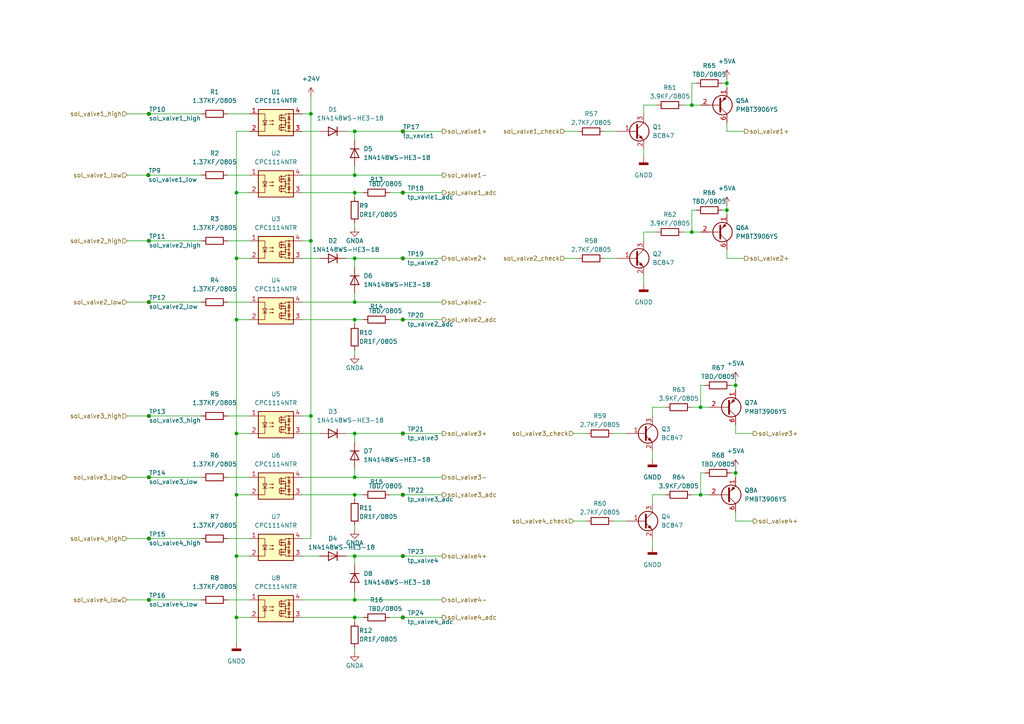
<source format=kicad_sch>
(kicad_sch (version 20211123) (generator eeschema)
  (paper "A4")
  (title_block (title "Valve_Drive_Circuit") (date "2022-06-21") (rev "rev00"))
  (lib_symbols
    (symbol "Connector:TestPoint_Small" (pin_numbers hide) (pin_names (offset 0.762) hide)
      (property "Reference" "TP" (at 0 3.81 0))
      (property "Value" "TestPoint_Small" (at 0 2.032 0))
      (symbol "TestPoint_Small_0_1"
        (circle (center 0 0) (radius 0.508))
      )
      (symbol "TestPoint_Small_1_1"
        (pin passive line (at 0 0 90) (length 0) (name "1") (number "1"))
      )
    )
    (symbol "Device:R" (pin_numbers hide) (pin_names (offset 0))
      (property "Reference" "R" (at 2.032 0 90))
      (property "Value" "R" (at 0 0 90))
      (symbol "R_0_1"
        (rectangle (start -1.016 -2.54) (end 1.016 2.54) (stroke (width 0.254)))
      )
      (symbol "R_1_1"
        (pin passive line (at 0 3.81 270) (length 1.27) (name "~") (number "1"))
        (pin passive line (at 0 -3.81 90) (length 1.27) (name "~") (number "2"))
      )
    )
    (symbol "Diode:1N4148" (pin_numbers hide) (pin_names (offset 1.016) hide)
      (property "Reference" "D" (at 0 2.54 0))
      (property "Value" "1N4148" (at 0 -2.54 0))
      (symbol "1N4148_0_1"
        (polyline (pts (xy -1.27 1.27) (xy -1.27 -1.27)) (stroke (width 0.254)))
        (polyline (pts (xy 1.27 0) (xy -1.27 0)))
        (polyline (pts (xy 1.27 1.27) (xy 1.27 -1.27) (xy -1.27 0) (xy 1.27 1.27)) (stroke (width 0.254)))
      )
      (symbol "1N4148_1_1"
        (pin passive line (at -3.81 0 0) (length 2.54) (name "K") (number "1"))
        (pin passive line (at 3.81 0 180) (length 2.54) (name "A") (number "2"))
      )
    )
    (symbol "Relay_SolidState:CPC1117N"
      (property "Reference" "U" (at -5.08 5.08 0))
      (property "Value" "CPC1117N" (at 0 5.08 0))
      (symbol "CPC1117N_0_1"
        (rectangle (start -5.08 3.81) (end 5.08 -3.81) (stroke (width 0.254)) (fill (type background)))
        (polyline (pts (xy -3.81 -0.635) (xy -2.54 -0.635)))
        (polyline (pts (xy 1.016 -0.635) (xy 1.016 -2.159)) (stroke (width 0.2032)))
        (polyline (pts (xy 1.016 2.159) (xy 1.016 0.635)) (stroke (width 0.2032)))
        (polyline (pts (xy 1.524 -0.508) (xy 1.524 -0.762)) (stroke (width 0.3556)))
        (polyline (pts (xy 2.794 0) (xy 3.81 0)))
        (polyline (pts (xy 3.429 -1.651) (xy 4.191 -1.651)))
        (polyline (pts (xy 3.429 1.651) (xy 4.191 1.651)))
        (polyline (pts (xy 3.81 -2.54) (xy 3.81 2.54)))
        (polyline (pts (xy 1.524 -2.032) (xy 1.524 -2.286) (xy 1.524 -2.286)) (stroke (width 0.3556)))
        (polyline (pts (xy 1.524 -1.27) (xy 1.524 -1.524) (xy 1.524 -1.524)) (stroke (width 0.3556)))
        (polyline (pts (xy 1.524 0.762) (xy 1.524 0.508) (xy 1.524 0.508)) (stroke (width 0.3556)))
        (polyline (pts (xy 1.524 1.524) (xy 1.524 1.27) (xy 1.524 1.27)) (stroke (width 0.3556)))
        (polyline (pts (xy 1.524 2.286) (xy 1.524 2.032) (xy 1.524 2.032)) (stroke (width 0.3556)))
        (polyline (pts (xy 1.651 -1.397) (xy 2.794 -1.397) (xy 2.794 -0.635)))
        (polyline (pts (xy 1.651 1.397) (xy 2.794 1.397) (xy 2.794 0.635)))
        (polyline (pts (xy -5.08 2.54) (xy -3.175 2.54) (xy -3.175 -2.54) (xy -5.08 -2.54)))
        (polyline (pts (xy -3.175 -0.635) (xy -3.81 0.635) (xy -2.54 0.635) (xy -3.175 -0.635)))
        (polyline (pts (xy 1.651 -2.159) (xy 2.794 -2.159) (xy 2.794 -2.54) (xy 5.08 -2.54)))
        (polyline (pts (xy 1.651 -0.635) (xy 2.794 -0.635) (xy 2.794 0.635) (xy 1.651 0.635)))
        (polyline (pts (xy 1.651 2.159) (xy 2.794 2.159) (xy 2.794 2.54) (xy 5.08 2.54)))
        (polyline (pts (xy 1.778 -1.397) (xy 2.286 -1.27) (xy 2.286 -1.524) (xy 1.778 -1.397)))
        (polyline (pts (xy 1.778 1.397) (xy 2.286 1.524) (xy 2.286 1.27) (xy 1.778 1.397)))
        (polyline (pts (xy 3.81 -1.651) (xy 3.429 -0.889) (xy 4.191 -0.889) (xy 3.81 -1.651)))
        (polyline (pts (xy 3.81 1.651) (xy 3.429 0.889) (xy 4.191 0.889) (xy 3.81 1.651)))
        (polyline (pts (xy -1.905 -0.508) (xy -0.635 -0.508) (xy -1.016 -0.635) (xy -1.016 -0.381) (xy -0.635 -0.508)))
        (polyline (pts (xy -1.905 0.508) (xy -0.635 0.508) (xy -1.016 0.381) (xy -1.016 0.635) (xy -0.635 0.508)))
        (circle (center 2.794 -0.635) (radius 0.127))
        (circle (center 2.794 0) (radius 0.127))
        (circle (center 2.794 0.635) (radius 0.127))
        (circle (center 3.81 -2.54) (radius 0.127))
        (circle (center 3.81 0) (radius 0.127))
        (circle (center 3.81 2.54) (radius 0.127))
      )
      (symbol "CPC1117N_1_1"
        (pin passive line (at -7.62 2.54 0) (length 2.54) (name "~") (number "1"))
        (pin passive line (at -7.62 -2.54 0) (length 2.54) (name "~") (number "2"))
        (pin passive line (at 7.62 -2.54 180) (length 2.54) (name "~") (number "3"))
        (pin passive line (at 7.62 2.54 180) (length 2.54) (name "~") (number "4"))
      )
    )
    (symbol "Transistor_BJT:BC847" (pin_names (offset 0) hide)
      (property "Reference" "Q" (at 5.08 1.905 0))
      (property "Value" "BC847" (at 5.08 0 0))
      (symbol "BC847_0_1"
        (polyline (pts (xy 0.635 0.635) (xy 2.54 2.54)))
        (polyline (pts (xy 0.635 -0.635) (xy 2.54 -2.54) (xy 2.54 -2.54)))
        (polyline (pts (xy 0.635 1.905) (xy 0.635 -1.905) (xy 0.635 -1.905)) (stroke (width 0.508)))
        (polyline (pts (xy 1.27 -1.778) (xy 1.778 -1.27) (xy 2.286 -2.286) (xy 1.27 -1.778) (xy 1.27 -1.778)) (fill (type outline)))
        (circle (center 1.27 0) (radius 2.8194) (stroke (width 0.254)))
      )
      (symbol "BC847_1_1"
        (pin input line (at -5.08 0 0) (length 5.715) (name "B") (number "1"))
        (pin passive line (at 2.54 -5.08 90) (length 2.54) (name "E") (number "2"))
        (pin passive line (at 2.54 5.08 270) (length 2.54) (name "C") (number "3"))
      )
    )
    (symbol "Transistor_BJT:PMBT3906YS" (pin_names (offset 0) hide)
      (property "Reference" "Q" (at 5.08 1.27 0))
      (property "Value" "PMBT3906YS" (at 5.08 -1.27 0))
      (symbol "PMBT3906YS_0_1"
        (polyline (pts (xy 0.635 0) (xy -2.54 0)))
        (polyline (pts (xy 0.635 0.635) (xy 2.54 2.54)))
        (polyline (pts (xy 0.635 -0.635) (xy 2.54 -2.54) (xy 2.54 -2.54)))
        (polyline (pts (xy 0.635 1.905) (xy 0.635 -1.905) (xy 0.635 -1.905)) (stroke (width 0.508)))
        (polyline (pts (xy 2.286 -1.778) (xy 1.778 -2.286) (xy 1.27 -1.27) (xy 2.286 -1.778) (xy 2.286 -1.778)) (fill (type outline)))
        (circle (center 1.27 0) (radius 2.8194) (stroke (width 0.254)))
      )
      (symbol "PMBT3906YS_1_1"
        (pin passive line (at 2.54 -5.08 90) (length 2.54) (name "E1") (number "1"))
        (pin input line (at -5.08 0 0) (length 2.54) (name "B1") (number "2"))
        (pin passive line (at 2.54 5.08 270) (length 2.54) (name "C1") (number "6"))
      )
      (symbol "PMBT3906YS_2_1"
        (pin passive line (at 2.54 5.08 270) (length 2.54) (name "C2") (number "3"))
        (pin passive line (at 2.54 -5.08 90) (length 2.54) (name "E2") (number "4"))
        (pin input line (at -5.08 0 0) (length 2.54) (name "B2") (number "5"))
      )
    )
    (symbol "power:+24V" (power) (pin_names (offset 0))
      (property "Value" "+24V" (at 0 3.556 0))
      (symbol "+24V_0_1"
        (polyline (pts (xy -0.762 1.27) (xy 0 2.54)))
        (polyline (pts (xy 0 0) (xy 0 2.54)))
        (polyline (pts (xy 0 2.54) (xy 0.762 1.27)))
      )
      (symbol "+24V_1_1"
        (pin power_in line (at 0 0 90) (length 0) hide (name "+24V") (number "1"))
      )
    )
    (symbol "power:+5VA" (power) (pin_names (offset 0))
      (property "Value" "+5VA" (at 0 3.556 0))
      (symbol "+5VA_0_1"
        (polyline (pts (xy -0.762 1.27) (xy 0 2.54)))
        (polyline (pts (xy 0 0) (xy 0 2.54)))
        (polyline (pts (xy 0 2.54) (xy 0.762 1.27)))
      )
      (symbol "+5VA_1_1"
        (pin power_in line (at 0 0 90) (length 0) hide (name "+5VA") (number "1"))
      )
    )
    (symbol "power:GNDA" (power) (pin_names (offset 0))
      (property "Value" "GNDA" (at 0 -3.81 0))
      (symbol "GNDA_0_1"
        (polyline (pts (xy 0 0) (xy 0 -1.27) (xy 1.27 -1.27) (xy 0 -2.54) (xy -1.27 -1.27) (xy 0 -1.27)))
      )
      (symbol "GNDA_1_1"
        (pin power_in line (at 0 0 270) (length 0) hide (name "GNDA") (number "1"))
      )
    )
    (symbol "power:GNDD" (power) (pin_names (offset 0))
      (property "Value" "GNDD" (at 0 -3.175 0))
      (symbol "GNDD_0_1"
        (rectangle (start -1.27 -1.524) (end 1.27 -2.032) (stroke (width 0.254)) (fill (type outline)))
        (polyline (pts (xy 0 0) (xy 0 -1.524)))
      )
      (symbol "GNDD_1_1"
        (pin power_in line (at 0 0 270) (length 0) hide (name "GNDD") (number "1"))
      )
    )
  )
  (junction (at 102.87 125.73))
  (junction (at 43.18 156.21))
  (junction (at 102.87 92.71))
  (junction (at 116.84 143.51))
  (junction (at 68.58 55.88))
  (junction (at 116.84 125.73))
  (junction (at 102.87 50.8))
  (junction (at 43.18 138.43))
  (junction (at 210.82 60.96))
  (junction (at 200.66 67.31))
  (junction (at 116.84 161.29))
  (junction (at 203.2 143.51))
  (junction (at 43.18 120.65))
  (junction (at 68.58 143.51))
  (junction (at 43.18 87.63))
  (junction (at 43.18 33.02))
  (junction (at 43.18 173.99))
  (junction (at 68.58 92.71))
  (junction (at 210.82 24.13))
  (junction (at 116.84 92.71))
  (junction (at 90.17 69.85))
  (junction (at 102.87 138.43))
  (junction (at 213.36 111.76))
  (junction (at 68.58 74.93))
  (junction (at 102.87 173.99))
  (junction (at 90.17 120.65))
  (junction (at 43.18 69.85))
  (junction (at 68.58 125.73))
  (junction (at 203.2 118.11))
  (junction (at 116.84 55.88))
  (junction (at 102.87 143.51))
  (junction (at 90.17 33.02))
  (junction (at 102.87 55.88))
  (junction (at 213.36 137.16))
  (junction (at 102.87 161.29))
  (junction (at 102.87 38.1))
  (junction (at 43.0183 50.8))
  (junction (at 102.87 179.07))
  (junction (at 102.87 74.93))
  (junction (at 116.84 38.1))
  (junction (at 116.84 179.07))
  (junction (at 200.66 30.48))
  (junction (at 68.58 179.07))
  (junction (at 116.84 74.93))
  (junction (at 102.87 87.63))
  (junction (at 68.58 161.29))
  (wire (pts (xy 87.63 138.43) (xy 102.87 138.43)))
  (wire (pts (xy 186.69 30.48) (xy 190.5 30.48)))
  (wire (pts (xy 102.87 143.51) (xy 105.41 143.51)))
  (wire (pts (xy 72.39 55.88) (xy 68.58 55.88)))
  (wire (pts (xy 198.12 67.31) (xy 200.66 67.31)))
  (wire (pts (xy 189.23 143.51) (xy 189.23 146.05)))
  (wire (pts (xy 87.63 55.88) (xy 102.87 55.88)))
  (wire (pts (xy 189.23 143.51) (xy 193.04 143.51)))
  (wire (pts (xy 66.04 120.65) (xy 72.39 120.65)))
  (wire (pts (xy 204.47 111.76) (xy 203.2 111.76)))
  (wire (pts (xy 72.39 179.07) (xy 68.58 179.07)))
  (wire (pts (xy 66.04 50.8) (xy 72.39 50.8)))
  (wire (pts (xy 209.55 24.13) (xy 210.82 24.13)))
  (wire (pts (xy 203.2 118.11) (xy 205.74 118.11)))
  (wire (pts (xy 102.87 152.4) (xy 102.87 153.67)))
  (wire (pts (xy 200.66 30.48) (xy 203.2 30.48)))
  (wire (pts (xy 116.84 125.73) (xy 128.27 125.73)))
  (wire (pts (xy 102.87 187.96) (xy 102.87 189.23)))
  (wire (pts (xy 68.58 143.51) (xy 68.58 161.29)))
  (wire (pts (xy 166.37 151.13) (xy 170.18 151.13)))
  (wire (pts (xy 163.83 74.93) (xy 167.64 74.93)))
  (wire (pts (xy 116.84 92.71) (xy 128.27 92.71)))
  (wire (pts (xy 100.33 125.73) (xy 102.87 125.73)))
  (wire (pts (xy 87.63 125.73) (xy 92.71 125.73)))
  (wire (pts (xy 116.84 55.88) (xy 128.27 55.88)))
  (wire (pts (xy 102.87 144.78) (xy 102.87 143.51)))
  (wire (pts (xy 213.36 111.76) (xy 213.36 113.03)))
  (wire (pts (xy 68.58 92.71) (xy 68.58 125.73)))
  (wire (pts (xy 102.87 85.09) (xy 102.87 87.63)))
  (wire (pts (xy 175.26 38.1) (xy 179.07 38.1)))
  (wire (pts (xy 102.87 101.6) (xy 102.87 102.87)))
  (wire (pts (xy 68.58 161.29) (xy 68.58 179.07)))
  (wire (pts (xy 177.8 125.73) (xy 181.61 125.73)))
  (wire (pts (xy 100.33 74.93) (xy 102.87 74.93)))
  (wire (pts (xy 189.23 130.81) (xy 189.23 133.35)))
  (wire (pts (xy 210.82 72.39) (xy 210.82 74.93)))
  (wire (pts (xy 43.18 87.63) (xy 58.42 87.63)))
  (wire (pts (xy 200.66 67.31) (xy 203.2 67.31)))
  (wire (pts (xy 189.23 118.11) (xy 189.23 120.65)))
  (wire (pts (xy 213.36 123.19) (xy 213.36 125.73)))
  (wire (pts (xy 212.09 137.16) (xy 213.36 137.16)))
  (wire (pts (xy 116.84 161.29) (xy 128.27 161.29)))
  (wire (pts (xy 87.63 161.29) (xy 92.71 161.29)))
  (wire (pts (xy 213.36 135.89) (xy 213.36 137.16)))
  (wire (pts (xy 116.84 38.1) (xy 128.27 38.1)))
  (wire (pts (xy 68.58 143.51) (xy 72.39 143.51)))
  (wire (pts (xy 90.17 120.65) (xy 90.17 156.21)))
  (wire (pts (xy 102.87 173.99) (xy 128.27 173.99)))
  (wire (pts (xy 68.58 179.07) (xy 68.58 186.69)))
  (wire (pts (xy 166.37 125.73) (xy 170.18 125.73)))
  (wire (pts (xy 90.17 33.02) (xy 87.63 33.02)))
  (wire (pts (xy 113.03 92.71) (xy 116.84 92.71)))
  (wire (pts (xy 66.04 33.02) (xy 72.39 33.02)))
  (wire (pts (xy 36.83 173.99) (xy 43.18 173.99)))
  (wire (pts (xy 100.33 38.1) (xy 102.87 38.1)))
  (wire (pts (xy 189.23 118.11) (xy 193.04 118.11)))
  (wire (pts (xy 72.39 161.29) (xy 68.58 161.29)))
  (wire (pts (xy 87.63 74.93) (xy 92.71 74.93)))
  (wire (pts (xy 72.39 92.71) (xy 68.58 92.71)))
  (wire (pts (xy 102.87 74.93) (xy 102.87 77.47)))
  (wire (pts (xy 102.87 161.29) (xy 116.84 161.29)))
  (wire (pts (xy 102.87 138.43) (xy 128.27 138.43)))
  (wire (pts (xy 203.2 111.76) (xy 203.2 118.11)))
  (wire (pts (xy 213.36 110.49) (xy 213.36 111.76)))
  (wire (pts (xy 213.36 137.16) (xy 213.36 138.43)))
  (wire (pts (xy 102.87 50.8) (xy 128.27 50.8)))
  (wire (pts (xy 72.39 38.1) (xy 68.58 38.1)))
  (wire (pts (xy 198.12 30.48) (xy 200.66 30.48)))
  (wire (pts (xy 102.87 135.89) (xy 102.87 138.43)))
  (wire (pts (xy 102.87 92.71) (xy 105.41 92.71)))
  (wire (pts (xy 113.03 143.51) (xy 116.84 143.51)))
  (wire (pts (xy 116.84 74.93) (xy 128.27 74.93)))
  (wire (pts (xy 90.17 27.94) (xy 90.17 33.02)))
  (wire (pts (xy 100.33 161.29) (xy 102.87 161.29)))
  (wire (pts (xy 87.63 156.21) (xy 90.17 156.21)))
  (wire (pts (xy 186.69 67.31) (xy 186.69 69.85)))
  (wire (pts (xy 210.82 74.93) (xy 215.9 74.93)))
  (wire (pts (xy 102.87 171.45) (xy 102.87 173.99)))
  (wire (pts (xy 102.87 38.1) (xy 116.84 38.1)))
  (wire (pts (xy 66.04 156.21) (xy 72.39 156.21)))
  (wire (pts (xy 87.63 50.8) (xy 102.87 50.8)))
  (wire (pts (xy 213.36 148.59) (xy 213.36 151.13)))
  (wire (pts (xy 113.03 179.07) (xy 116.84 179.07)))
  (wire (pts (xy 87.63 92.71) (xy 102.87 92.71)))
  (wire (pts (xy 210.82 38.1) (xy 215.9 38.1)))
  (wire (pts (xy 210.82 59.69) (xy 210.82 60.96)))
  (wire (pts (xy 43.18 156.21) (xy 58.42 156.21)))
  (wire (pts (xy 72.39 125.73) (xy 68.58 125.73)))
  (wire (pts (xy 36.83 120.65) (xy 43.18 120.65)))
  (wire (pts (xy 87.63 179.07) (xy 102.87 179.07)))
  (wire (pts (xy 36.83 138.43) (xy 43.18 138.43)))
  (wire (pts (xy 189.23 156.21) (xy 189.23 158.75)))
  (wire (pts (xy 163.83 38.1) (xy 167.64 38.1)))
  (wire (pts (xy 201.93 60.96) (xy 200.66 60.96)))
  (wire (pts (xy 175.26 74.93) (xy 179.07 74.93)))
  (wire (pts (xy 43.18 120.65) (xy 58.42 120.65)))
  (wire (pts (xy 210.82 24.13) (xy 210.82 25.4)))
  (wire (pts (xy 87.63 143.51) (xy 102.87 143.51)))
  (wire (pts (xy 186.69 67.31) (xy 190.5 67.31)))
  (wire (pts (xy 186.69 43.18) (xy 186.69 45.72)))
  (wire (pts (xy 116.84 179.07) (xy 128.27 179.07)))
  (wire (pts (xy 102.87 179.07) (xy 105.41 179.07)))
  (wire (pts (xy 66.04 87.63) (xy 72.39 87.63)))
  (wire (pts (xy 102.87 55.88) (xy 105.41 55.88)))
  (wire (pts (xy 102.87 57.15) (xy 102.87 55.88)))
  (wire (pts (xy 66.04 69.85) (xy 72.39 69.85)))
  (wire (pts (xy 36.83 69.85) (xy 43.18 69.85)))
  (wire (pts (xy 66.04 173.99) (xy 72.39 173.99)))
  (wire (pts (xy 102.87 93.98) (xy 102.87 92.71)))
  (wire (pts (xy 102.87 66.04) (xy 102.87 64.77)))
  (wire (pts (xy 43.18 69.85) (xy 58.42 69.85)))
  (wire (pts (xy 43.18 33.02) (xy 58.42 33.02)))
  (wire (pts (xy 68.58 38.1) (xy 68.58 55.88)))
  (wire (pts (xy 72.39 74.93) (xy 68.58 74.93)))
  (wire (pts (xy 43.18 138.43) (xy 58.42 138.43)))
  (wire (pts (xy 200.66 118.11) (xy 203.2 118.11)))
  (wire (pts (xy 36.83 50.8) (xy 43.0183 50.8)))
  (wire (pts (xy 66.04 138.43) (xy 72.39 138.43)))
  (wire (pts (xy 43.18 173.99) (xy 58.42 173.99)))
  (wire (pts (xy 186.69 80.01) (xy 186.69 82.55)))
  (wire (pts (xy 102.87 180.34) (xy 102.87 179.07)))
  (wire (pts (xy 203.2 137.16) (xy 203.2 143.51)))
  (wire (pts (xy 210.82 22.86) (xy 210.82 24.13)))
  (wire (pts (xy 102.87 161.29) (xy 102.87 163.83)))
  (wire (pts (xy 68.58 55.88) (xy 68.58 74.93)))
  (wire (pts (xy 113.03 55.88) (xy 116.84 55.88)))
  (wire (pts (xy 102.87 38.1) (xy 102.87 40.64)))
  (wire (pts (xy 90.17 33.02) (xy 90.17 69.85)))
  (wire (pts (xy 68.58 74.93) (xy 68.58 92.71)))
  (wire (pts (xy 186.69 30.48) (xy 186.69 33.02)))
  (wire (pts (xy 210.82 60.96) (xy 210.82 62.23)))
  (wire (pts (xy 177.8 151.13) (xy 181.61 151.13)))
  (wire (pts (xy 213.36 151.13) (xy 218.44 151.13)))
  (wire (pts (xy 116.84 143.51) (xy 128.27 143.51)))
  (wire (pts (xy 212.09 111.76) (xy 213.36 111.76)))
  (wire (pts (xy 209.55 60.96) (xy 210.82 60.96)))
  (wire (pts (xy 102.87 125.73) (xy 116.84 125.73)))
  (wire (pts (xy 201.93 24.13) (xy 200.66 24.13)))
  (wire (pts (xy 200.66 143.51) (xy 203.2 143.51)))
  (wire (pts (xy 213.36 125.73) (xy 218.44 125.73)))
  (wire (pts (xy 90.17 69.85) (xy 90.17 120.65)))
  (wire (pts (xy 102.87 87.63) (xy 128.27 87.63)))
  (wire (pts (xy 87.63 69.85) (xy 90.17 69.85)))
  (wire (pts (xy 200.66 60.96) (xy 200.66 67.31)))
  (wire (pts (xy 87.63 173.99) (xy 102.87 173.99)))
  (wire (pts (xy 102.87 125.73) (xy 102.87 128.27)))
  (wire (pts (xy 210.82 35.56) (xy 210.82 38.1)))
  (wire (pts (xy 87.63 120.65) (xy 90.17 120.65)))
  (wire (pts (xy 68.58 125.73) (xy 68.58 143.51)))
  (wire (pts (xy 36.83 33.02) (xy 43.18 33.02)))
  (wire (pts (xy 102.87 48.26) (xy 102.87 50.8)))
  (wire (pts (xy 87.63 38.1) (xy 92.71 38.1)))
  (wire (pts (xy 36.83 156.21) (xy 43.18 156.21)))
  (wire (pts (xy 204.47 137.16) (xy 203.2 137.16)))
  (wire (pts (xy 43.0183 50.8) (xy 58.42 50.8)))
  (wire (pts (xy 102.87 74.93) (xy 116.84 74.93)))
  (wire (pts (xy 36.83 87.63) (xy 43.18 87.63)))
  (wire (pts (xy 87.63 87.63) (xy 102.87 87.63)))
  (wire (pts (xy 203.2 143.51) (xy 205.74 143.51)))
  (wire (pts (xy 200.66 24.13) (xy 200.66 30.48)))
  (text "* Log\n1. SOLENOID VALVE\n(1) Current : 64.39mA ~ 83.33mA(normal : 70.83mA)\n(2) Voltage : 20.4V ~ 26.4V(normal : 24VDC)\n(3) Resistance : 330ohm(measured value)\n\n2. CPC1114NTR\n(1) R(on) : 2ohm\n(2) Load Current : 400mA\n(3) Load Voltage : 60V\n(4) VF : 0.9V ~ 1.5V\n(5) IF : 0.58mA ~ 2mA\n\n3. D1~D4\n(1) VF : 1V ~ 1.2V(1.1V)" (at 300.99 38.1 0) (effects (font (size 1.27 1.27)) (justify left bottom)))
  (hierarchical_label "sol_valve4_high" (shape input) (at 36.83 156.21 180))
  (hierarchical_label "sol_valve2+" (shape output) (at 215.9 74.93 0))
  (hierarchical_label "sol_valve3+" (shape output) (at 218.44 125.73 0))
  (hierarchical_label "sol_valve1_low" (shape input) (at 36.83 50.8 180))
  (hierarchical_label "sol_valve4_adc" (shape output) (at 128.27 179.07 0))
  (hierarchical_label "sol_valve3+" (shape output) (at 128.27 125.73 0))
  (hierarchical_label "sol_valve2_check" (shape input) (at 163.83 74.93 180))
  (hierarchical_label "sol_valve1+" (shape output) (at 215.9 38.1 0))
  (hierarchical_label "sol_valve2+" (shape output) (at 128.27 74.93 0))
  (hierarchical_label "sol_valve4+" (shape output) (at 218.44 151.13 0))
  (hierarchical_label "sol_valve1_adc" (shape output) (at 128.27 55.88 0))
  (hierarchical_label "sol_valve3-" (shape output) (at 128.27 138.43 0))
  (hierarchical_label "sol_valve2_high" (shape input) (at 36.83 69.85 180))
  (hierarchical_label "sol_valve3_low" (shape input) (at 36.83 138.43 180))
  (hierarchical_label "sol_valve3_adc" (shape output) (at 128.27 143.51 0))
  (hierarchical_label "sol_valve3_check" (shape input) (at 166.37 125.73 180))
  (hierarchical_label "sol_valve1-" (shape output) (at 128.27 50.8 0))
  (hierarchical_label "sol_valve1_check" (shape input) (at 163.83 38.1 180))
  (hierarchical_label "sol_valve2_low" (shape input) (at 36.83 87.63 180))
  (hierarchical_label "sol_valve4_check" (shape input) (at 166.37 151.13 180))
  (hierarchical_label "sol_valve2_adc" (shape output) (at 128.27 92.71 0))
  (hierarchical_label "sol_valve3_high" (shape input) (at 36.83 120.65 180))
  (hierarchical_label "sol_valve1+" (shape output) (at 128.27 38.1 0))
  (hierarchical_label "sol_valve1_high" (shape input) (at 36.83 33.02 180))
  (hierarchical_label "sol_valve4-" (shape output) (at 128.27 173.99 0))
  (hierarchical_label "sol_valve4+" (shape output) (at 128.27 161.29 0))
  (hierarchical_label "sol_valve4_low" (shape input) (at 36.83 173.99 180))
  (hierarchical_label "sol_valve2-" (shape output) (at 128.27 87.63 0))
  (symbol (lib_id "Device:R") (at 196.85 118.11 90) (unit 1)
    (property "Reference" "R63" (at 196.85 113.03 90))
    (property "Value" "3.9KF/0805" (at 196.85 115.57 90))
  )
  (symbol (lib_id "Connector:TestPoint_Small") (at 116.84 143.51 0) (unit 1)
    (property "Reference" "TP22" (at 118.11 142.2399 0) (effects (justify left)))
    (property "Value" "tp_valve3_adc" (at 118.11 144.7799 0) (effects (justify left)))
    (property "Footprint" "TestPoint:TestPoint_Pad_D2.5mm" (effects hide))
  )
  (symbol (lib_id "Diode:1N4148") (at 102.87 167.64 270) (unit 1)
    (property "Reference" "D8" (at 105.41 166.3699 90) (effects (justify left)))
    (property "Value" "1N4148WS-HE3-18" (at 105.41 168.9099 90) (effects (justify left)))
    (property "Footprint" "Diode_THT:D_DO-35_SOD27_P7.62mm_Horizontal" (effects hide))
    (property "Datasheet" "https://assets.nexperia.com/documents/data-sheet/1N4148_1N4448.pdf" (effects hide))
  )
  (symbol (lib_id "Diode:1N4148") (at 102.87 81.28 270) (unit 1)
    (property "Reference" "D6" (at 105.41 80.0099 90) (effects (justify left)))
    (property "Value" "1N4148WS-HE3-18" (at 105.41 82.5499 90) (effects (justify left)))
    (property "Footprint" "Diode_THT:D_DO-35_SOD27_P7.62mm_Horizontal" (effects hide))
    (property "Datasheet" "https://assets.nexperia.com/documents/data-sheet/1N4148_1N4448.pdf" (effects hide))
  )
  (symbol (lib_id "Diode:1N4148") (at 102.87 44.45 270) (unit 1)
    (property "Reference" "D5" (at 105.41 43.1799 90) (effects (justify left)))
    (property "Value" "1N4148WS-HE3-18" (at 105.41 45.7199 90) (effects (justify left)))
    (property "Footprint" "Diode_THT:D_DO-35_SOD27_P7.62mm_Horizontal" (effects hide))
    (property "Datasheet" "https://assets.nexperia.com/documents/data-sheet/1N4148_1N4448.pdf" (effects hide))
  )
  (symbol (lib_id "Device:R") (at 62.23 173.99 90) (unit 1)
    (property "Reference" "R8" (at 62.23 167.64 90))
    (property "Value" "1.37KF/0805" (at 62.23 170.18 90))
    (property "Footprint" "Resistor_SMD:R_0805_2012Metric" (effects hide))
  )
  (symbol (lib_id "Diode:1N4148") (at 96.52 74.93 180) (unit 1)
    (property "Reference" "D2" (at 96.52 69.85 0))
    (property "Value" "1N4148WS-HE3-18" (at 100.33 72.39 0))
    (property "Footprint" "Diode_THT:D_DO-35_SOD27_P7.62mm_Horizontal" (effects hide))
    (property "Datasheet" "https://assets.nexperia.com/documents/data-sheet/1N4148_1N4448.pdf" (effects hide))
  )
  (symbol (lib_id "Connector:TestPoint_Small") (at 43.0183 50.8 0) (unit 1)
    (property "Reference" "TP9" (at 43.0183 49.53 0) (effects (justify left)))
    (property "Value" "sol_valve1_low" (at 43.0183 52.07 0) (effects (justify left)))
    (property "Reference" "TP?" (effects hide))
    (property "Value" "tp_vavle1" (effects hide))
    (property "Footprint" "TestPoint:TestPoint_Pad_D2.5mm" (effects hide))
  )
  (symbol (lib_id "Device:R") (at 109.22 143.51 270) (unit 1)
    (property "Reference" "R15" (at 109.22 139.7 90))
    (property "Value" "TBD/0805" (at 111.76 140.97 90))
    (property "Footprint" "Resistor_SMD:R_0805_2012Metric" (effects hide))
  )
  (symbol (lib_id "Diode:1N4148") (at 96.52 125.73 180) (unit 1)
    (property "Reference" "D3" (at 96.52 119.38 0))
    (property "Value" "1N4148WS-HE3-18" (at 101.6 121.92 0))
    (property "Footprint" "Diode_THT:D_DO-35_SOD27_P7.62mm_Horizontal" (effects hide))
    (property "Datasheet" "https://assets.nexperia.com/documents/data-sheet/1N4148_1N4448.pdf" (effects hide))
  )
  (symbol (lib_id "Diode:1N4148") (at 102.87 132.08 270) (unit 1)
    (property "Reference" "D7" (at 105.41 130.8099 90) (effects (justify left)))
    (property "Value" "1N4148WS-HE3-18" (at 105.41 133.3499 90) (effects (justify left)))
    (property "Footprint" "Diode_THT:D_DO-35_SOD27_P7.62mm_Horizontal" (effects hide))
    (property "Datasheet" "https://assets.nexperia.com/documents/data-sheet/1N4148_1N4448.pdf" (effects hide))
  )
  (symbol (lib_id "power:GNDD") (at 186.69 45.72 0) (unit 1)
    (property "Reference" "#PWR017" (effects hide))
    (property "Value" "GNDD" (at 186.69 50.8 0))
  )
  (symbol (lib_id "power:GNDD") (at 186.69 82.55 0) (unit 1)
    (property "Reference" "#PWR018" (effects hide))
    (property "Value" "GNDD" (at 186.69 87.63 0))
  )
  (symbol (lib_id "Transistor_BJT:BC847") (at 184.15 74.93 0) (unit 1)
    (property "Reference" "Q2" (at 189.23 73.6599 0) (effects (justify left)))
    (property "Value" "BC847" (at 189.23 76.1999 0) (effects (justify left)))
    (property "Footprint" "Package_TO_SOT_SMD:SOT-23" (effects hide))
    (property "Datasheet" "http://www.infineon.com/dgdl/Infineon-BC847SERIES_BC848SERIES_BC849SERIES_BC850SERIES-DS-v01_01-en.pdf?fileId=db3a304314dca389011541d4630a1657" (effects hide))
  )
  (symbol (lib_id "Transistor_BJT:BC847") (at 186.69 125.73 0) (unit 1)
    (property "Reference" "Q3" (at 191.77 124.4599 0) (effects (justify left)))
    (property "Value" "BC847" (at 191.77 126.9999 0) (effects (justify left)))
    (property "Footprint" "Package_TO_SOT_SMD:SOT-23" (effects hide))
    (property "Datasheet" "http://www.infineon.com/dgdl/Infineon-BC847SERIES_BC848SERIES_BC849SERIES_BC850SERIES-DS-v01_01-en.pdf?fileId=db3a304314dca389011541d4630a1657" (effects hide))
  )
  (symbol (lib_id "Relay_SolidState:CPC1117N") (at 80.01 90.17 0) (unit 1)
    (property "Reference" "U4" (at 80.01 81.28 0))
    (property "Value" "CPC1114NTR" (at 80.01 83.82 0))
    (property "Footprint" "Package_SO:SOP-4_3.8x4.1mm_P2.54mm" (effects hide))
    (property "Datasheet" "http://www.ixysic.com/home/pdfs.nsf/www/CPC1117N.pdf/$file/CPC1117N.pdf" (effects hide))
  )
  (symbol (lib_id "power:GNDA") (at 102.87 189.23 0) (unit 1)
    (property "Reference" "#PWR016" (effects hide))
    (property "Value" "GNDA" (at 102.87 193.04 0))
  )
  (symbol (lib_id "Device:R") (at 62.23 120.65 90) (unit 1)
    (property "Reference" "R5" (at 62.23 114.3 90))
    (property "Value" "1.37KF/0805" (at 62.23 116.84 90))
    (property "Footprint" "Resistor_SMD:R_0805_2012Metric" (effects hide))
  )
  (symbol (lib_id "power:GNDA") (at 102.87 66.04 0) (unit 1)
    (property "Reference" "#PWR013" (effects hide))
    (property "Value" "GNDA" (at 102.87 69.85 0))
  )
  (symbol (lib_id "Device:R") (at 102.87 148.59 180) (unit 1)
    (property "Reference" "R11" (at 104.14 147.32 0) (effects (justify right)))
    (property "Value" "0R1F/0805" (at 104.14 149.86 0) (effects (justify right)))
    (property "Footprint" "Resistor_SMD:R_0805_2012Metric" (effects hide))
    (property "Datasheet" "73L3R10J" (effects hide))
  )
  (symbol (lib_id "Relay_SolidState:CPC1117N") (at 80.01 123.19 0) (unit 1)
    (property "Reference" "U5" (at 80.01 114.3 0))
    (property "Value" "CPC1114NTR" (at 80.01 116.84 0))
    (property "Footprint" "Package_SO:SOP-4_3.8x4.1mm_P2.54mm" (effects hide))
    (property "Datasheet" "http://www.ixysic.com/home/pdfs.nsf/www/CPC1117N.pdf/$file/CPC1117N.pdf" (effects hide))
  )
  (symbol (lib_id "Device:R") (at 171.45 38.1 90) (unit 1)
    (property "Reference" "R57" (at 171.45 33.02 90))
    (property "Value" "2.7KF/0805" (at 171.45 35.56 90))
  )
  (symbol (lib_id "power:GNDD") (at 189.23 133.35 0) (unit 1)
    (property "Reference" "#PWR019" (effects hide))
    (property "Value" "GNDD" (at 189.23 138.43 0))
  )
  (symbol (lib_id "Device:R") (at 208.28 137.16 90) (unit 1)
    (property "Reference" "R68" (at 208.28 132.08 90))
    (property "Value" "TBD/0805" (at 208.28 134.62 90))
  )
  (symbol (lib_id "Device:R") (at 171.45 74.93 90) (unit 1)
    (property "Reference" "R58" (at 171.45 69.85 90))
    (property "Value" "2.7KF/0805" (at 171.45 72.39 90))
  )
  (symbol (lib_id "Device:R") (at 62.23 50.8 90) (unit 1)
    (property "Reference" "R2" (at 62.23 44.45 90))
    (property "Value" "1.37KF/0805" (at 62.23 46.99 90))
    (property "Footprint" "Resistor_SMD:R_0805_2012Metric" (effects hide))
  )
  (symbol (lib_id "Relay_SolidState:CPC1117N") (at 80.01 140.97 0) (unit 1)
    (property "Reference" "U6" (at 80.01 132.08 0))
    (property "Value" "CPC1114NTR" (at 80.01 134.62 0))
    (property "Footprint" "Package_SO:SOP-4_3.8x4.1mm_P2.54mm" (effects hide))
    (property "Datasheet" "http://www.ixysic.com/home/pdfs.nsf/www/CPC1117N.pdf/$file/CPC1117N.pdf" (effects hide))
  )
  (symbol (lib_id "Transistor_BJT:BC847") (at 184.15 38.1 0) (unit 1)
    (property "Reference" "Q1" (at 189.23 36.8299 0) (effects (justify left)))
    (property "Value" "BC847" (at 189.23 39.3699 0) (effects (justify left)))
    (property "Reference" "Q1" (effects hide))
    (property "Value" "BC847" (effects hide))
  )
  (symbol (lib_id "power:GNDD") (at 189.23 158.75 0) (unit 1)
    (property "Reference" "#PWR020" (effects hide))
    (property "Value" "GNDD" (at 189.23 163.83 0))
  )
  (symbol (lib_id "Relay_SolidState:CPC1117N") (at 80.01 35.56 0) (unit 1)
    (property "Reference" "U1" (at 80.01 26.67 0))
    (property "Value" "CPC1114NTR" (at 80.01 29.21 0))
    (property "Footprint" "Package_SO:SOP-4_3.8x4.1mm_P2.54mm" (effects hide))
    (property "Datasheet" "http://www.ixysic.com/home/pdfs.nsf/www/CPC1117N.pdf/$file/CPC1117N.pdf" (effects hide))
  )
  (symbol (lib_id "power:+5VA") (at 213.36 110.49 0) (unit 1)
    (property "Reference" "#PWR034" (effects hide))
    (property "Value" "+5VA" (at 213.36 105.41 0))
  )
  (symbol (lib_id "Relay_SolidState:CPC1117N") (at 80.01 158.75 0) (unit 1)
    (property "Reference" "U7" (at 80.01 149.86 0))
    (property "Value" "CPC1114NTR" (at 80.01 152.4 0))
    (property "Footprint" "Package_SO:SOP-4_3.8x4.1mm_P2.54mm" (effects hide))
    (property "Datasheet" "http://www.ixysic.com/home/pdfs.nsf/www/CPC1117N.pdf/$file/CPC1117N.pdf" (effects hide))
  )
  (symbol (lib_id "Device:R") (at 194.31 30.48 90) (unit 1)
    (property "Reference" "R61" (at 194.31 25.4 90))
    (property "Value" "3.9KF/0805" (at 194.31 27.94 90))
  )
  (symbol (lib_id "Relay_SolidState:CPC1117N") (at 80.01 53.34 0) (unit 1)
    (property "Reference" "U2" (at 80.01 44.45 0))
    (property "Value" "CPC1114NTR" (at 80.01 46.99 0))
    (property "Footprint" "Package_SO:SOP-4_3.8x4.1mm_P2.54mm" (effects hide))
    (property "Datasheet" "http://www.ixysic.com/home/pdfs.nsf/www/CPC1117N.pdf/$file/CPC1117N.pdf" (effects hide))
  )
  (symbol (lib_id "Connector:TestPoint_Small") (at 43.18 87.63 0) (unit 1)
    (property "Reference" "TP12" (at 43.18 86.36 0) (effects (justify left)))
    (property "Value" "sol_valve2_low" (at 43.18 88.9 0) (effects (justify left)))
    (property "Reference" "TP?" (effects hide))
    (property "Value" "tp_vavle1" (effects hide))
    (property "Footprint" "TestPoint:TestPoint_Pad_D2.5mm" (effects hide))
  )
  (symbol (lib_id "Transistor_BJT:BC847") (at 186.69 151.13 0) (unit 1)
    (property "Reference" "Q4" (at 191.77 149.8599 0) (effects (justify left)))
    (property "Value" "BC847" (at 191.77 152.3999 0) (effects (justify left)))
    (property "Footprint" "Package_TO_SOT_SMD:SOT-23" (effects hide))
    (property "Datasheet" "http://www.infineon.com/dgdl/Infineon-BC847SERIES_BC848SERIES_BC849SERIES_BC850SERIES-DS-v01_01-en.pdf?fileId=db3a304314dca389011541d4630a1657" (effects hide))
  )
  (symbol (lib_id "Device:R") (at 62.23 33.02 90) (unit 1)
    (property "Reference" "R1" (at 62.23 26.67 90))
    (property "Value" "1.37KF/0805" (at 62.23 29.21 90))
    (property "Footprint" "Resistor_SMD:R_0805_2012Metric" (effects hide))
  )
  (symbol (lib_id "Diode:1N4148") (at 96.52 38.1 180) (unit 1)
    (property "Reference" "D1" (at 96.52 31.75 0))
    (property "Value" "1N4148WS-HE3-18" (at 101.6 34.29 0))
    (property "Footprint" "Diode_THT:D_DO-35_SOD27_P7.62mm_Horizontal" (effects hide))
    (property "Datasheet" "https://assets.nexperia.com/documents/data-sheet/1N4148_1N4448.pdf" (effects hide))
  )
  (symbol (lib_id "Device:R") (at 196.85 143.51 90) (unit 1)
    (property "Reference" "R64" (at 196.85 138.43 90))
    (property "Value" "3.9KF/0805" (at 196.85 140.97 90))
  )
  (symbol (lib_id "power:+5VA") (at 210.82 22.86 0) (unit 1)
    (property "Reference" "#PWR032" (effects hide))
    (property "Value" "+5VA" (at 210.82 17.78 0))
  )
  (symbol (lib_id "Connector:TestPoint_Small") (at 116.84 55.88 0) (unit 1)
    (property "Reference" "TP18" (at 118.11 54.6099 0) (effects (justify left)))
    (property "Value" "tp_vavle1_adc" (at 118.11 57.1499 0) (effects (justify left)))
    (property "Footprint" "TestPoint:TestPoint_Pad_D2.5mm" (effects hide))
  )
  (symbol (lib_id "Connector:TestPoint_Small") (at 43.18 173.99 0) (unit 1)
    (property "Reference" "TP16" (at 43.18 172.72 0) (effects (justify left)))
    (property "Value" "sol_valve4_low" (at 43.18 175.26 0) (effects (justify left)))
    (property "Reference" "TP?" (effects hide))
    (property "Value" "tp_vavle1" (effects hide))
    (property "Footprint" "TestPoint:TestPoint_Pad_D2.5mm" (effects hide))
  )
  (symbol (lib_id "Connector:TestPoint_Small") (at 116.84 38.1 0) (unit 1)
    (property "Reference" "TP17" (at 116.84 36.83 0) (effects (justify left)))
    (property "Value" "tp_vavle1" (at 116.84 39.37 0) (effects (justify left)))
    (property "Reference" "TP?" (effects hide))
    (property "Value" "tp_vavle1" (effects hide))
    (property "Footprint" "TestPoint:TestPoint_Pad_D2.5mm" (effects hide))
  )
  (symbol (lib_id "Connector:TestPoint_Small") (at 43.18 69.85 0) (unit 1)
    (property "Reference" "TP11" (at 43.18 68.58 0) (effects (justify left)))
    (property "Value" "sol_valve2_high" (at 43.18 71.12 0) (effects (justify left)))
    (property "Reference" "TP?" (effects hide))
    (property "Value" "tp_vavle1" (effects hide))
    (property "Footprint" "TestPoint:TestPoint_Pad_D2.5mm" (effects hide))
  )
  (symbol (lib_id "power:+24V") (at 90.17 27.94 0) (unit 1)
    (property "Reference" "#PWR012" (effects hide))
    (property "Value" "+24V" (at 90.17 22.86 0))
  )
  (symbol (lib_id "Connector:TestPoint_Small") (at 116.84 161.29 0) (unit 1)
    (property "Reference" "TP23" (at 118.11 160.0199 0) (effects (justify left)))
    (property "Value" "tp_valve4" (at 118.11 162.5599 0) (effects (justify left)))
    (property "Footprint" "TestPoint:TestPoint_Pad_D2.5mm" (effects hide))
  )
  (symbol (lib_id "Device:R") (at 102.87 60.96 180) (unit 1)
    (property "Reference" "R9" (at 104.14 59.69 0) (effects (justify right)))
    (property "Value" "0R1F/0805" (at 104.14 62.23 0) (effects (justify right)))
    (property "Footprint" "Resistor_SMD:R_0805_2012Metric" (effects hide))
    (property "Datasheet" "73L3R10J" (effects hide))
  )
  (symbol (lib_id "Connector:TestPoint_Small") (at 43.18 138.43 0) (unit 1)
    (property "Reference" "TP14" (at 43.18 137.16 0) (effects (justify left)))
    (property "Value" "sol_valve3_low" (at 43.18 139.7 0) (effects (justify left)))
    (property "Reference" "TP?" (effects hide))
    (property "Value" "tp_vavle1" (effects hide))
    (property "Footprint" "TestPoint:TestPoint_Pad_D2.5mm" (effects hide))
  )
  (symbol (lib_id "Relay_SolidState:CPC1117N") (at 80.01 72.39 0) (unit 1)
    (property "Reference" "U3" (at 80.01 63.5 0))
    (property "Value" "CPC1114NTR" (at 80.01 66.04 0))
    (property "Footprint" "Package_SO:SOP-4_3.8x4.1mm_P2.54mm" (effects hide))
    (property "Datasheet" "http://www.ixysic.com/home/pdfs.nsf/www/CPC1117N.pdf/$file/CPC1117N.pdf" (effects hide))
  )
  (symbol (lib_id "Device:R") (at 109.22 179.07 270) (unit 1)
    (property "Reference" "R16" (at 109.22 173.99 90))
    (property "Value" "TBD/0805" (at 111.76 176.53 90))
    (property "Footprint" "Resistor_SMD:R_0805_2012Metric" (effects hide))
  )
  (symbol (lib_id "Transistor_BJT:PMBT3906YS") (at 210.82 118.11 0) (mirror x) (unit 1)
    (property "Reference" "Q7" (at 215.9 116.8399 0) (effects (justify left)))
    (property "Value" "PMBT3906YS" (at 215.9 119.3799 0) (effects (justify left)))
    (property "Footprint" "Package_TO_SOT_SMD:SOT-363_SC-70-6" (effects hide))
    (property "Datasheet" "https://assets.nexperia.com/documents/data-sheet/PMBT3906YS.pdf" (effects hide))
  )
  (symbol (lib_id "Connector:TestPoint_Small") (at 116.84 92.71 0) (unit 1)
    (property "Reference" "TP20" (at 118.11 91.4399 0) (effects (justify left)))
    (property "Value" "tp_valve2_adc" (at 118.11 93.9799 0) (effects (justify left)))
    (property "Footprint" "TestPoint:TestPoint_Pad_D2.5mm" (effects hide))
  )
  (symbol (lib_id "Connector:TestPoint_Small") (at 43.18 33.02 0) (unit 1)
    (property "Reference" "TP10" (at 43.18 31.75 0) (effects (justify left)))
    (property "Value" "sol_valve1_high" (at 43.18 34.29 0) (effects (justify left)))
    (property "Reference" "TP?" (effects hide))
    (property "Value" "tp_vavle1" (effects hide))
    (property "Footprint" "TestPoint:TestPoint_Pad_D2.5mm" (effects hide))
  )
  (symbol (lib_id "power:+5VA") (at 210.82 59.69 0) (unit 1)
    (property "Reference" "#PWR033" (effects hide))
    (property "Value" "+5VA" (at 210.82 54.61 0))
  )
  (symbol (lib_id "power:GNDA") (at 102.87 153.67 0) (unit 1)
    (property "Reference" "#PWR015" (effects hide))
    (property "Value" "GNDA" (at 102.87 157.48 0))
  )
  (symbol (lib_id "Transistor_BJT:PMBT3906YS") (at 210.82 143.51 0) (mirror x) (unit 1)
    (property "Reference" "Q8" (at 215.9 142.2399 0) (effects (justify left)))
    (property "Value" "PMBT3906YS" (at 215.9 144.7799 0) (effects (justify left)))
    (property "Footprint" "Package_TO_SOT_SMD:SOT-363_SC-70-6" (effects hide))
    (property "Datasheet" "https://assets.nexperia.com/documents/data-sheet/PMBT3906YS.pdf" (effects hide))
  )
  (symbol (lib_id "Device:R") (at 62.23 87.63 90) (unit 1)
    (property "Reference" "R4" (at 62.23 81.28 90))
    (property "Value" "1.37KF/0805" (at 62.23 83.82 90))
    (property "Footprint" "Resistor_SMD:R_0805_2012Metric" (effects hide))
  )
  (symbol (lib_id "Device:R") (at 173.99 125.73 90) (unit 1)
    (property "Reference" "R59" (at 173.99 120.65 90))
    (property "Value" "2.7KF/0805" (at 173.99 123.19 90))
  )
  (symbol (lib_id "Diode:1N4148") (at 96.52 161.29 180) (unit 1)
    (property "Reference" "D4" (at 96.52 156.21 0))
    (property "Value" "1N4148WS-HE3-18" (at 99.06 158.75 0))
    (property "Footprint" "Diode_THT:D_DO-35_SOD27_P7.62mm_Horizontal" (effects hide))
    (property "Datasheet" "https://assets.nexperia.com/documents/data-sheet/1N4148_1N4448.pdf" (effects hide))
  )
  (symbol (lib_id "Device:R") (at 173.99 151.13 90) (unit 1)
    (property "Reference" "R60" (at 173.99 146.05 90))
    (property "Value" "2.7KF/0805" (at 173.99 148.59 90))
  )
  (symbol (lib_id "Device:R") (at 62.23 69.85 90) (unit 1)
    (property "Reference" "R3" (at 62.23 63.5 90))
    (property "Value" "1.37KF/0805" (at 62.23 66.04 90))
    (property "Footprint" "Resistor_SMD:R_0805_2012Metric" (effects hide))
  )
  (symbol (lib_id "Device:R") (at 102.87 184.15 180) (unit 1)
    (property "Reference" "R12" (at 104.14 182.88 0) (effects (justify right)))
    (property "Value" "0R1F/0805" (at 104.14 185.42 0) (effects (justify right)))
    (property "Footprint" "Resistor_SMD:R_0805_2012Metric" (effects hide))
    (property "Datasheet" "73L3R10J" (effects hide))
  )
  (symbol (lib_id "Connector:TestPoint_Small") (at 116.84 74.93 0) (unit 1)
    (property "Reference" "TP19" (at 118.11 73.6599 0) (effects (justify left)))
    (property "Value" "tp_valve2" (at 118.11 76.1999 0) (effects (justify left)))
    (property "Footprint" "TestPoint:TestPoint_Pad_D2.5mm" (effects hide))
  )
  (symbol (lib_id "Transistor_BJT:PMBT3906YS") (at 208.28 30.48 0) (mirror x) (unit 1)
    (property "Reference" "Q5" (at 213.36 29.2099 0) (effects (justify left)))
    (property "Value" "PMBT3906YS" (at 213.36 31.7499 0) (effects (justify left)))
    (property "Footprint" "Package_TO_SOT_SMD:SOT-363_SC-70-6" (effects hide))
    (property "Datasheet" "https://assets.nexperia.com/documents/data-sheet/PMBT3906YS.pdf" (effects hide))
  )
  (symbol (lib_id "Device:R") (at 102.87 97.79 180) (unit 1)
    (property "Reference" "R10" (at 104.14 96.52 0) (effects (justify right)))
    (property "Value" "0R1F/0805" (at 104.14 99.06 0) (effects (justify right)))
    (property "Footprint" "Resistor_SMD:R_0805_2012Metric" (effects hide))
    (property "Datasheet" "73L3R10J" (effects hide))
  )
  (symbol (lib_id "Device:R") (at 109.22 92.71 270) (unit 1)
    (property "Reference" "R14" (at 109.22 88.9 90))
    (property "Value" "TBD/0805" (at 111.76 90.17 90))
    (property "Footprint" "Resistor_SMD:R_0805_2012Metric" (effects hide))
  )
  (symbol (lib_id "power:GNDA") (at 102.87 102.87 0) (unit 1)
    (property "Reference" "#PWR014" (effects hide))
    (property "Value" "GNDA" (at 102.87 106.68 0))
  )
  (symbol (lib_id "Device:R") (at 205.74 24.13 90) (unit 1)
    (property "Reference" "R65" (at 205.74 19.05 90))
    (property "Value" "TBD/0805" (at 205.74 21.59 90))
  )
  (symbol (lib_id "Device:R") (at 208.28 111.76 90) (unit 1)
    (property "Reference" "R67" (at 208.28 106.68 90))
    (property "Value" "TBD/0805" (at 208.28 109.22 90))
  )
  (symbol (lib_id "Connector:TestPoint_Small") (at 116.84 125.73 0) (unit 1)
    (property "Reference" "TP21" (at 118.11 124.4599 0) (effects (justify left)))
    (property "Value" "tp_valve3" (at 118.11 126.9999 0) (effects (justify left)))
    (property "Footprint" "TestPoint:TestPoint_Pad_D2.5mm" (effects hide))
  )
  (symbol (lib_id "Connector:TestPoint_Small") (at 43.18 156.21 0) (unit 1)
    (property "Reference" "TP15" (at 43.18 154.94 0) (effects (justify left)))
    (property "Value" "sol_valve4_high" (at 43.18 157.48 0) (effects (justify left)))
    (property "Reference" "TP?" (effects hide))
    (property "Value" "tp_vavle1" (effects hide))
    (property "Footprint" "TestPoint:TestPoint_Pad_D2.5mm" (effects hide))
  )
  (symbol (lib_id "Device:R") (at 194.31 67.31 90) (unit 1)
    (property "Reference" "R62" (at 194.31 62.23 90))
    (property "Value" "3.9KF/0805" (at 194.31 64.77 90))
  )
  (symbol (lib_id "Transistor_BJT:PMBT3906YS") (at 208.28 67.31 0) (mirror x) (unit 1)
    (property "Reference" "Q6" (at 213.36 66.0399 0) (effects (justify left)))
    (property "Value" "PMBT3906YS" (at 213.36 68.5799 0) (effects (justify left)))
    (property "Footprint" "Package_TO_SOT_SMD:SOT-363_SC-70-6" (effects hide))
    (property "Datasheet" "https://assets.nexperia.com/documents/data-sheet/PMBT3906YS.pdf" (effects hide))
  )
  (symbol (lib_id "Connector:TestPoint_Small") (at 116.84 179.07 0) (unit 1)
    (property "Reference" "TP24" (at 118.11 177.7999 0) (effects (justify left)))
    (property "Value" "tp_valve4_adc" (at 118.11 180.3399 0) (effects (justify left)))
    (property "Footprint" "TestPoint:TestPoint_Pad_D2.5mm" (effects hide))
  )
  (symbol (lib_id "Relay_SolidState:CPC1117N") (at 80.01 176.53 0) (unit 1)
    (property "Reference" "U8" (at 80.01 167.64 0))
    (property "Value" "CPC1114NTR" (at 80.01 170.18 0))
    (property "Footprint" "Package_SO:SOP-4_3.8x4.1mm_P2.54mm" (effects hide))
    (property "Datasheet" "http://www.ixysic.com/home/pdfs.nsf/www/CPC1117N.pdf/$file/CPC1117N.pdf" (effects hide))
  )
  (symbol (lib_id "power:+5VA") (at 213.36 135.89 0) (unit 1)
    (property "Reference" "#PWR035" (effects hide))
    (property "Value" "+5VA" (at 213.36 130.81 0))
  )
  (symbol (lib_id "power:GNDD") (at 68.58 186.69 0) (unit 1)
    (property "Reference" "#PWR011" (effects hide))
    (property "Value" "GNDD" (at 68.58 191.77 0))
  )
  (symbol (lib_id "Connector:TestPoint_Small") (at 43.18 120.65 0) (unit 1)
    (property "Reference" "TP13" (at 43.18 119.38 0) (effects (justify left)))
    (property "Value" "sol_valve3_high" (at 43.18 121.92 0) (effects (justify left)))
    (property "Reference" "TP?" (effects hide))
    (property "Value" "tp_vavle1" (effects hide))
    (property "Footprint" "TestPoint:TestPoint_Pad_D2.5mm" (effects hide))
  )
  (symbol (lib_id "Device:R") (at 62.23 138.43 90) (unit 1)
    (property "Reference" "R6" (at 62.23 132.08 90))
    (property "Value" "1.37KF/0805" (at 62.23 134.62 90))
    (property "Footprint" "Resistor_SMD:R_0805_2012Metric" (effects hide))
  )
  (symbol (lib_id "Device:R") (at 109.22 55.88 270) (unit 1)
    (property "Reference" "R13" (at 109.22 52.07 90))
    (property "Value" "TBD/0805" (at 111.76 53.34 90))
    (property "Footprint" "Resistor_SMD:R_0805_2012Metric" (effects hide))
  )
  (symbol (lib_id "Device:R") (at 205.74 60.96 90) (unit 1)
    (property "Reference" "R66" (at 205.74 55.88 90))
    (property "Value" "TBD/0805" (at 205.74 58.42 90))
  )
  (symbol (lib_id "Device:R") (at 62.23 156.21 90) (unit 1)
    (property "Reference" "R7" (at 62.23 149.86 90))
    (property "Value" "1.37KF/0805" (at 62.23 152.4 90))
    (property "Footprint" "Resistor_SMD:R_0805_2012Metric" (effects hide))
  )
)
</source>
